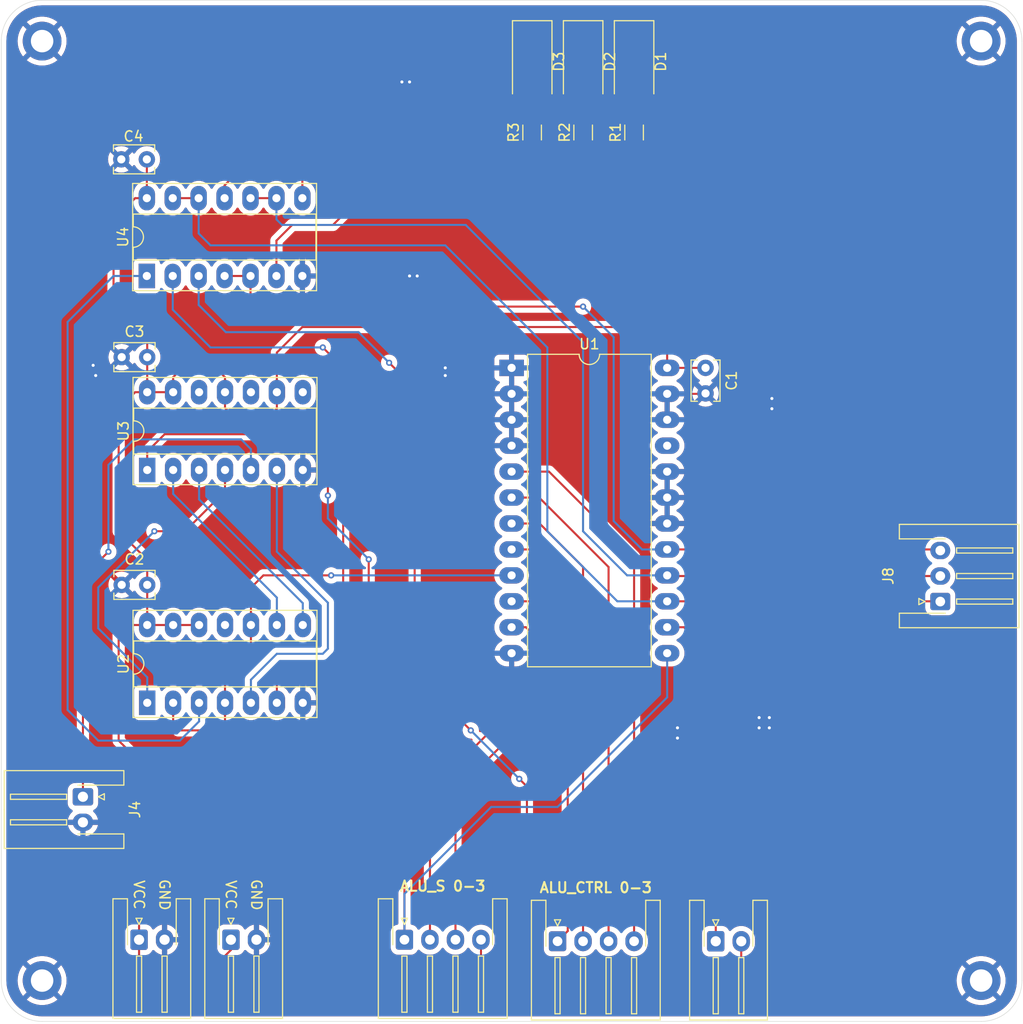
<source format=kicad_pcb>
(kicad_pcb (version 20240108) (generator "pcbnew") (generator_version "8.0")
  (layers (0 "F.Cu" signal) (31 "B.Cu" signal) (34 "B.Paste" user) (35 "F.Paste" user) (36 "B.SilkS" user "B.Silkscreen") (37 "F.SilkS" user "F.Silkscreen") (38 "B.Mask" user) (39 "F.Mask" user) (44 "Edge.Cuts" user))
  (net 0 "")
  (net 1 "Net-(D1-A)")
  (net 2 "GND")
  (net 3 "Net-(D2-A)")
  (net 4 "Net-(D3-A)")
  (net 5 "CYC_{EN}")
  (net 10 "Net-(R1-Pad1)")
  (net 11 "Net-(R2-Pad1)")
  (net 12 "Net-(R3-Pad1)")
  (net 13 "VCC")
  (net 14 "S_1")
  (net 15 "S_0")
  (net 16 "S_3")
  (net 17 "S_2")
  (net 18 "ALU_CTRL_3")
  (net 19 "ALU_CTRL_1")
  (net 20 "ALU_CTRL_0")
  (net 21 "ALU_CTRL_2")
  (net 22 "M_OUT")
  (net 23 "FLAGS_CARRY")
  (net 24 "LFT_{SEL}")
  (net 25 "SH_{EN}")
  (net 26 "Net-(U2-Pad3)")
  (net 27 "Net-(U2-Pad8)")
  (net 28 "Net-(U2-Pad5)")
  (net 29 "Net-(U2-Pad6)")
  (net 30 "Net-(U2-Pad9)")
  (net 31 "Net-(U2-Pad1)")
  (net 32 "ALU_Carry_in")
  (footprint "Capacitor_THT:C_Disc_D3.8mm_W2.6mm_P2.50mm" (layer "F.Cu") (at 134.3 74.95 180)
    (property "Reference" "C3" (at 1.25 2.5 0) (layer "F.SilkS"))
    (property "Value" "C")
    (pad "1" thru_hole circle (at 0 0 180) (size 1.6 1.6) (drill 0.8) (layers "*.Cu" "*.Mask") (net 13 "VCC"))
    (pad "2" thru_hole circle (at 2.5 0 180) (size 1.6 1.6) (drill 0.8) (layers "*.Cu" "*.Mask") (net 2 "GND"))
  )
  (footprint "LED_SMD:LED_2512_6332Metric_Pad1.52x3.35mm_HandSolder" (layer "F.Cu") (at 177.01 46.0125 -90)
    (property "Reference" "D2" (at 0 -2.62 90) (layer "F.SilkS"))
    (property "Value" "LED")
    (pad "1" smd roundrect (at -2.9875 0 270) (size 1.525 3.35) (layers "F.Cu" "F.Paste" "F.Mask") (roundrect_rratio 0.163934) (net 2 "GND"))
    (pad "2" smd roundrect (at 2.9875 0 270) (size 1.525 3.35) (layers "F.Cu" "F.Paste" "F.Mask") (roundrect_rratio 0.163934) (net 3 "Net-(D2-A)"))
  )
  (footprint "MountingHole:MountingHole_2.2mm_M2_DIN965_Pad" (layer "F.Cu") (at 216 136)
    (property "Reference" "H4" (hide yes))
    (property "Value" "MountingHole_Pad" (hide yes))
    (pad "1" thru_hole circle (at 0 0) (size 3.8 3.8) (drill 2.2) (layers "*.Cu" "*.Mask") (net 2 "GND"))
  )
  (footprint "Resistor_SMD:R_1206_3216Metric_Pad1.30x1.75mm_HandSolder" (layer "F.Cu") (at 172.01 52.95 90)
    (property "Reference" "R3" (at 0 -1.82 90) (layer "F.SilkS"))
    (property "Value" "R_US" (hide yes))
    (pad "1" smd roundrect (at -1.55 0 90) (size 1.3 1.75) (layers "F.Cu" "F.Paste" "F.Mask") (roundrect_rratio 0.192308) (net 12 "Net-(R3-Pad1)"))
    (pad "2" smd roundrect (at 1.55 0 90) (size 1.3 1.75) (layers "F.Cu" "F.Paste" "F.Mask") (roundrect_rratio 0.192308) (net 4 "Net-(D3-A)"))
  )
  (footprint "LED_SMD:LED_2512_6332Metric_Pad1.52x3.35mm_HandSolder" (layer "F.Cu") (at 172.02 46.0125 -90)
    (property "Reference" "D3" (at 0 -2.62 90) (layer "F.SilkS"))
    (property "Value" "LED")
    (pad "1" smd roundrect (at -2.9875 0 270) (size 1.525 3.35) (layers "F.Cu" "F.Paste" "F.Mask") (roundrect_rratio 0.163934) (net 2 "GND"))
    (pad "2" smd roundrect (at 2.9875 0 270) (size 1.525 3.35) (layers "F.Cu" "F.Paste" "F.Mask") (roundrect_rratio 0.163934) (net 4 "Net-(D3-A)"))
  )
  (footprint "Package_DIP:DIP-14_W7.62mm_Socket_LongPads" (layer "F.Cu") (at 134.3 86 90)
    (property "Reference" "U3" (at 3.81 -2.33 90) (layer "F.SilkS"))
    (property "Value" "74LS04")
    (pad "1" thru_hole rect (at 0 0 90) (size 2.4 1.6) (drill 0.8) (layers "*.Cu" "*.Mask") (net 16 "S_3"))
    (pad "2" thru_hole oval (at 0 2.54 90) (size 2.4 1.6) (drill 0.8) (layers "*.Cu" "*.Mask") (net 30 "Net-(U2-Pad9)"))
    (pad "3" thru_hole oval (at 0 5.08 90) (size 2.4 1.6) (drill 0.8) (layers "*.Cu" "*.Mask") (net 27 "Net-(U2-Pad8)"))
    (pad "4" thru_hole oval (at 0 7.62 90) (size 2.4 1.6) (drill 0.8) (layers "*.Cu" "*.Mask") (net 31 "Net-(U2-Pad1)"))
    (pad "5" thru_hole oval (at 0 10.16 90) (size 2.4 1.6) (drill 0.8) (layers "*.Cu" "*.Mask") (net 23 "FLAGS_CARRY"))
    (pad "6" thru_hole oval (at 0 12.7 90) (size 2.4 1.6) (drill 0.8) (layers "*.Cu" "*.Mask") (net 28 "Net-(U2-Pad5)"))
    (pad "7" thru_hole oval (at 0 15.24 90) (size 2.4 1.6) (drill 0.8) (layers "*.Cu" "*.Mask") (net 2 "GND"))
    (pad "8" thru_hole oval (at 7.62 15.24 90) (size 2.4 1.6) (drill 0.8) (layers "*.Cu" "*.Mask"))
    (pad "9" thru_hole oval (at 7.62 12.7 90) (size 2.4 1.6) (drill 0.8) (layers "*.Cu" "*.Mask") (net 13 "VCC"))
    (pad "10" thru_hole oval (at 7.62 10.16 90) (size 2.4 1.6) (drill 0.8) (layers "*.Cu" "*.Mask"))
    (pad "11" thru_hole oval (at 7.62 7.62 90) (size 2.4 1.6) (drill 0.8) (layers "*.Cu" "*.Mask") (net 13 "VCC"))
    (pad "12" thru_hole oval (at 7.62 5.08 90) (size 2.4 1.6) (drill 0.8) (layers "*.Cu" "*.Mask"))
    (pad "13" thru_hole oval (at 7.62 2.54 90) (size 2.4 1.6) (drill 0.8) (layers "*.Cu" "*.Mask") (net 13 "VCC"))
    (pad "14" thru_hole oval (at 7.62 0 90) (size 2.4 1.6) (drill 0.8) (layers "*.Cu" "*.Mask") (net 13 "VCC"))
  )
  (footprint "MountingHole:MountingHole_2.2mm_M2_DIN965_Pad" (layer "F.Cu") (at 216 44)
    (property "Reference" "H2" (hide yes))
    (property "Value" "MountingHole_Pad" (hide yes))
    (pad "1" thru_hole circle (at 0 0) (size 3.8 3.8) (drill 2.2) (layers "*.Cu" "*.Mask") (net 2 "GND"))
  )
  (footprint "Capacitor_THT:C_Disc_D3.8mm_W2.6mm_P2.50mm" (layer "F.Cu") (at 134.26 55.58 180)
    (property "Reference" "C4" (at 1.305 2.25 0) (layer "F.SilkS"))
    (property "Value" "C")
    (pad "1" thru_hole circle (at 0 0 180) (size 1.6 1.6) (drill 0.8) (layers "*.Cu" "*.Mask") (net 13 "VCC"))
    (pad "2" thru_hole circle (at 2.5 0 180) (size 1.6 1.6) (drill 0.8) (layers "*.Cu" "*.Mask") (net 2 "GND"))
  )
  (footprint "Connector_JST:JST_XH_S2B-XH-A-1_1x02_P2.50mm_Horizontal" (layer "F.Cu") (at 128 118 -90)
    (property "Reference" "J4" (at 1.25 -5.1 90) (layer "F.SilkS"))
    (property "Value" "Conn_01x02_Socket" (hide yes))
    (pad "1" thru_hole roundrect (at 0 0 270) (size 1.7 2) (drill 1) (layers "*.Cu" "*.Mask") (roundrect_rratio 0.147059) (net 23 "FLAGS_CARRY"))
    (pad "2" thru_hole oval (at 2.5 0 270) (size 1.7 2) (drill 1) (layers "*.Cu" "*.Mask") (net 2 "GND"))
  )
  (footprint "Resistor_SMD:R_1206_3216Metric_Pad1.30x1.75mm_HandSolder" (layer "F.Cu") (at 182 52.95 90)
    (property "Reference" "R1" (at 0 -1.82 90) (layer "F.SilkS"))
    (property "Value" "R_US" (hide yes))
    (pad "1" smd roundrect (at -1.55 0 90) (size 1.3 1.75) (layers "F.Cu" "F.Paste" "F.Mask") (roundrect_rratio 0.192308) (net 10 "Net-(R1-Pad1)"))
    (pad "2" smd roundrect (at 1.55 0 90) (size 1.3 1.75) (layers "F.Cu" "F.Paste" "F.Mask") (roundrect_rratio 0.192308) (net 1 "Net-(D1-A)"))
  )
  (footprint "Connector_JST:JST_XH_S3B-XH-A-1_1x03_P2.50mm_Horizontal" (layer "F.Cu") (at 212 98.885 90)
    (property "Reference" "J8" (at 2.5 -5.1 90) (layer "F.SilkS"))
    (property "Value" "Conn_01x03_Socket" (hide yes))
    (pad "1" thru_hole roundrect (at 0 0 90) (size 1.7 1.95) (drill 0.95) (layers "*.Cu" "*.Mask") (roundrect_rratio 0.147059) (net 25 "SH_{EN}"))
    (pad "2" thru_hole oval (at 2.5 0 90) (size 1.7 1.95) (drill 0.95) (layers "*.Cu" "*.Mask") (net 5 "CYC_{EN}"))
    (pad "3" thru_hole oval (at 5 0 90) (size 1.7 1.95) (drill 0.95) (layers "*.Cu" "*.Mask") (net 24 "LFT_{SEL}"))
  )
  (footprint "Connector_JST:JST_XH_S4B-XH-A-1_1x04_P2.50mm_Horizontal" (layer "F.Cu") (at 159.5 132)
    (property "Reference" "J3" (hide yes))
    (property "Value" "Conn_01x04_Socket" (hide yes))
    (fp_text user "ALU_S 0-3" (at 3.75 -5.25 0) (layer "F.SilkS") (effects (font (thickness 0.2) (bold yes))))
    (pad "1" thru_hole roundrect (at 0 0) (size 1.7 1.95) (drill 0.95) (layers "*.Cu" "*.Mask") (roundrect_rratio 0.147059) (net 16 "S_3"))
    (pad "2" thru_hole oval (at 2.5 0) (size 1.7 1.95) (drill 0.95) (layers "*.Cu" "*.Mask") (net 17 "S_2"))
    (pad "3" thru_hole oval (at 5 0) (size 1.7 1.95) (drill 0.95) (layers "*.Cu" "*.Mask") (net 14 "S_1"))
    (pad "4" thru_hole oval (at 7.5 0) (size 1.7 1.95) (drill 0.95) (layers "*.Cu" "*.Mask") (net 15 "S_0"))
  )
  (footprint "Resistor_SMD:R_1206_3216Metric_Pad1.30x1.75mm_HandSolder" (layer "F.Cu") (at 177.01 52.95 90)
    (property "Reference" "R2" (at 0 -1.82 90) (layer "F.SilkS"))
    (property "Value" "R_US" (hide yes))
    (pad "1" smd roundrect (at -1.55 0 90) (size 1.3 1.75) (layers "F.Cu" "F.Paste" "F.Mask") (roundrect_rratio 0.192308) (net 11 "Net-(R2-Pad1)"))
    (pad "2" smd roundrect (at 1.55 0 90) (size 1.3 1.75) (layers "F.Cu" "F.Paste" "F.Mask") (roundrect_rratio 0.192308) (net 3 "Net-(D2-A)"))
  )
  (footprint "Connector_JST:JST_XH_S2B-XH-A-1_1x02_P2.50mm_Horizontal" (layer "F.Cu") (at 190 132.15)
    (property "Reference" "J2" (hide yes))
    (property "Value" "Conn_01x02_Socket" (hide yes))
    (pad "1" thru_hole roundrect (at 0 0) (size 1.7 2) (drill 1) (layers "*.Cu" "*.Mask") (roundrect_rratio 0.147059) (net 22 "M_OUT"))
    (pad "2" thru_hole oval (at 2.5 0) (size 1.7 2) (drill 1) (layers "*.Cu" "*.Mask") (net 32 "ALU_Carry_in"))
  )
  (footprint "Package_DIP:DIP-14_W7.62mm_Socket_LongPads" (layer "F.Cu") (at 134.3 108.8 90)
    (property "Reference" "U2" (at 3.81 -2.33 90) (layer "F.SilkS"))
    (property "Value" "74LS08")
    (pad "1" thru_hole rect (at 0 0 90) (size 2.4 1.6) (drill 0.8) (layers "*.Cu" "*.Mask") (net 31 "Net-(U2-Pad1)"))
    (pad "2" thru_hole oval (at 0 2.54 90) (size 2.4 1.6) (drill 0.8) (layers "*.Cu" "*.Mask") (net 15 "S_0"))
    (pad "3" thru_hole oval (at 0 5.08 90) (size 2.4 1.6) (drill 0.8) (layers "*.Cu" "*.Mask") (net 26 "Net-(U2-Pad3)"))
    (pad "4" thru_hole oval (at 0 7.62 90) (size 2.4 1.6) (drill 0.8) (layers "*.Cu" "*.Mask") (net 15 "S_0"))
    (pad "5" thru_hole oval (at 0 10.16 90) (size 2.4 1.6) (drill 0.8) (layers "*.Cu" "*.Mask") (net 28 "Net-(U2-Pad5)"))
    (pad "6" thru_hole oval (at 0 12.7 90) (size 2.4 1.6) (drill 0.8) (layers "*.Cu" "*.Mask") (net 29 "Net-(U2-Pad6)"))
    (pad "7" thru_hole oval (at 0 15.24 90) (size 2.4 1.6) (drill 0.8) (layers "*.Cu" "*.Mask") (net 2 "GND"))
    (pad "8" thru_hole oval (at 7.62 15.24 90) (size 2.4 1.6) (drill 0.8) (layers "*.Cu" "*.Mask") (net 27 "Net-(U2-Pad8)"))
    (pad "9" thru_hole oval (at 7.62 12.7 90) (size 2.4 1.6) (drill 0.8) (layers "*.Cu" "*.Mask") (net 30 "Net-(U2-Pad9)"))
    (pad "10" thru_hole oval (at 7.62 10.16 90) (size 2.4 1.6) (drill 0.8) (layers "*.Cu" "*.Mask") (net 15 "S_0"))
    (pad "11" thru_hole oval (at 7.62 7.62 90) (size 2.4 1.6) (drill 0.8) (layers "*.Cu" "*.Mask"))
    (pad "12" thru_hole oval (at 7.62 5.08 90) (size 2.4 1.6) (drill 0.8) (layers "*.Cu" "*.Mask") (net 13 "VCC"))
    (pad "13" thru_hole oval (at 7.62 2.54 90) (size 2.4 1.6) (drill 0.8) (layers "*.Cu" "*.Mask") (net 13 "VCC"))
    (pad "14" thru_hole oval (at 7.62 0 90) (size 2.4 1.6) (drill 0.8) (layers "*.Cu" "*.Mask") (net 13 "VCC"))
  )
  (footprint "Capacitor_THT:C_Disc_D3.8mm_W2.6mm_P2.50mm" (layer "F.Cu") (at 134.3 97.25 180)
    (property "Reference" "C2" (at 1.25 2.5 0) (layer "F.SilkS"))
    (property "Value" "C")
    (pad "1" thru_hole circle (at 0 0 180) (size 1.6 1.6) (drill 0.8) (layers "*.Cu" "*.Mask") (net 13 "VCC"))
    (pad "2" thru_hole circle (at 2.5 0 180) (size 1.6 1.6) (drill 0.8) (layers "*.Cu" "*.Mask") (net 2 "GND"))
  )
  (footprint "MountingHole:MountingHole_2.2mm_M2_DIN965_Pad" (layer "F.Cu") (at 124 44)
    (property "Reference" "H1" (hide yes))
    (property "Value" "MountingHole_Pad" (hide yes))
    (pad "1" thru_hole circle (at 0 0) (size 3.8 3.8) (drill 2.2) (layers "*.Cu" "*.Mask") (net 2 "GND"))
  )
  (footprint "Connector_JST:JST_XH_S4B-XH-A-1_1x04_P2.50mm_Horizontal" (layer "F.Cu") (at 174.5 132.15)
    (property "Reference" "J5" (hide yes))
    (property "Value" "Conn_01x04_Socket" (hide yes))
    (fp_text user "ALU_CTRL 0-3" (at 3.75 -5.25 0) (layer "F.SilkS") (effects (font (thickness 0.2) (bold yes))))
    (pad "1" thru_hole roundrect (at 0 0) (size 1.7 1.95) (drill 0.95) (layers "*.Cu" "*.Mask") (roundrect_rratio 0.147059) (net 20 "ALU_CTRL_0"))
    (pad "2" thru_hole oval (at 2.5 0) (size 1.7 1.95) (drill 0.95) (layers "*.Cu" "*.Mask") (net 19 "ALU_CTRL_1"))
    (pad "3" thru_hole oval (at 5 0) (size 1.7 1.95) (drill 0.95) (layers "*.Cu" "*.Mask") (net 21 "ALU_CTRL_2"))
    (pad "4" thru_hole oval (at 7.5 0) (size 1.7 1.95) (drill 0.95) (layers "*.Cu" "*.Mask") (net 18 "ALU_CTRL_3"))
  )
  (footprint "Connector_JST:JST_XH_S2B-XH-A-1_1x02_P2.50mm_Horizontal" (layer "F.Cu") (at 133.5 132)
    (property "Reference" "J1" (hide yes))
    (property "Value" "Conn_01x02_Socket" (hide yes))
    (fp_text user "VCC" (at 0 -4.4 -90) (layer "F.SilkS"))
    (fp_text user "GND" (at 2.5 -4.4 -90) (layer "F.SilkS"))
    (pad "1" thru_hole roundrect (at 0 0) (size 1.7 2) (drill 1) (layers "*.Cu" "*.Mask") (roundrect_rratio 0.147059) (net 13 "VCC"))
    (pad "2" thru_hole oval (at 2.5 0) (size 1.7 2) (drill 1) (layers "*.Cu" "*.Mask") (net 2 "GND"))
  )
  (footprint "Package_DIP:DIP-24_W15.24mm_LongPads" (layer "F.Cu") (at 170 76)
    (property "Reference" "U1" (at 7.62 -2.33 0) (layer "F.SilkS"))
    (property "Value" "AT28C16-15PC")
    (pad "1" thru_hole rect (at 0 0) (size 2.4 1.6) (drill 0.8) (layers "*.Cu" "*.Mask") (net 2 "GND"))
    (pad "2" thru_hole oval (at 0 2.54) (size 2.4 1.6) (drill 0.8) (layers "*.Cu" "*.Mask") (net 2 "GND"))
    (pad "3" thru_hole oval (at 0 5.08) (size 2.4 1.6) (drill 0.8) (layers "*.Cu" "*.Mask") (net 2 "GND"))
    (pad "4" thru_hole oval (at 0 7.62) (size 2.4 1.6) (drill 0.8) (layers "*.Cu" "*.Mask") (net 2 "GND"))
    (pad "5" thru_hole oval (at 0 10.16) (size 2.4 1.6) (drill 0.8) (layers "*.Cu" "*.Mask") (net 18 "ALU_CTRL_3"))
    (pad "6" thru_hole oval (at 0 12.7) (size 2.4 1.6) (drill 0.8) (layers "*.Cu" "*.Mask") (net 21 "ALU_CTRL_2"))
    (pad "7" thru_hole oval (at 0 15.24) (size 2.4 1.6) (drill 0.8) (layers "*.Cu" "*.Mask") (net 19 "ALU_CTRL_1"))
    (pad "8" thru_hole oval (at 0 17.78) (size 2.4 1.6) (drill 0.8) (layers "*.Cu" "*.Mask") (net 20 "ALU_CTRL_0"))
    (pad "9" thru_hole oval (at 0 20.32) (size 2.4 1.6) (drill 0.8) (layers "*.Cu" "*.Mask") (net 15 "S_0"))
    (pad "10" thru_hole oval (at 0 22.86) (size 2.4 1.6) (drill 0.8) (layers "*.Cu" "*.Mask") (net 14 "S_1"))
    (pad "11" thru_hole oval (at 0 25.4) (size 2.4 1.6) (drill 0.8) (layers "*.Cu" "*.Mask") (net 17 "S_2"))
    (pad "12" thru_hole oval (at 0 27.94) (size 2.4 1.6) (drill 0.8) (layers "*.Cu" "*.Mask") (net 2 "GND"))
    (pad "13" thru_hole oval (at 15.24 27.94) (size 2.4 1.6) (drill 0.8) (layers "*.Cu" "*.Mask") (net 16 "S_3"))
    (pad "14" thru_hole oval (at 15.24 25.4) (size 2.4 1.6) (drill 0.8) (layers "*.Cu" "*.Mask") (net 22 "M_OUT"))
    (pad "15" thru_hole oval (at 15.24 22.86) (size 2.4 1.6) (drill 0.8) (layers "*.Cu" "*.Mask") (net 25 "SH_{EN}"))
    (pad "16" thru_hole oval (at 15.24 20.32) (size 2.4 1.6) (drill 0.8) (layers "*.Cu" "*.Mask") (net 5 "CYC_{EN}"))
    (pad "17" thru_hole oval (at 15.24 17.78) (size 2.4 1.6) (drill 0.8) (layers "*.Cu" "*.Mask") (net 24 "LFT_{SEL}"))
    (pad "18" thru_hole oval (at 15.24 15.24) (size 2.4 1.6) (drill 0.8) (layers "*.Cu" "*.Mask") (net 2 "GND"))
    (pad "19" thru_hole oval (at 15.24 12.7) (size 2.4 1.6) (drill 0.8) (layers "*.Cu" "*.Mask") (net 2 "GND"))
    (pad "20" thru_hole oval (at 15.24 10.16) (size 2.4 1.6) (drill 0.8) (layers "*.Cu" "*.Mask") (net 2 "GND"))
    (pad "21" thru_hole oval (at 15.24 7.62) (size 2.4 1.6) (drill 0.8) (layers "*.Cu" "*.Mask") (net 13 "VCC"))
    (pad "22" thru_hole oval (at 15.24 5.08) (size 2.4 1.6) (drill 0.8) (layers "*.Cu" "*.Mask") (net 2 "GND"))
    (pad "23" thru_hole oval (at 15.24 2.54) (size 2.4 1.6) (drill 0.8) (layers "*.Cu" "*.Mask") (net 2 "GND"))
    (pad "24" thru_hole oval (at 15.24 0) (size 2.4 1.6) (drill 0.8) (layers "*.Cu" "*.Mask") (net 13 "VCC"))
  )
  (footprint "Capacitor_THT:C_Disc_D3.8mm_W2.6mm_P2.50mm" (layer "F.Cu") (at 189 76 -90)
    (property "Reference" "C1" (at 1.25 -2.55 90) (layer "F.SilkS"))
    (property "Value" "C")
    (pad "1" thru_hole circle (at 0 0 270) (size 1.6 1.6) (drill 0.8) (layers "*.Cu" "*.Mask") (net 13 "VCC"))
    (pad "2" thru_hole circle (at 2.5 0 270) (size 1.6 1.6) (drill 0.8) (layers "*.Cu" "*.Mask") (net 2 "GND"))
  )
  (footprint "LED_SMD:LED_2512_6332Metric_Pad1.52x3.35mm_HandSolder" (layer "F.Cu") (at 182 46.0125 -90)
    (property "Reference" "D1" (at 0 -2.62 90) (layer "F.SilkS"))
    (property "Value" "LED")
    (pad "1" smd roundrect (at -2.9875 0 270) (size 1.525 3.35) (layers "F.Cu" "F.Paste" "F.Mask") (roundrect_rratio 0.163934) (net 2 "GND"))
    (pad "2" smd roundrect (at 2.9875 0 270) (size 1.525 3.35) (layers "F.Cu" "F.Paste" "F.Mask") (roundrect_rratio 0.163934) (net 1 "Net-(D1-A)"))
  )
  (footprint "MountingHole:MountingHole_2.2mm_M2_DIN965_Pad" (layer "F.Cu") (at 124 136)
    (property "Reference" "H3" (hide yes))
    (property "Value" "MountingHole_Pad" (hide yes))
    (pad "1" thru_hole circle (at 0 0) (size 3.8 3.8) (drill 2.2) (layers "*.Cu" "*.Mask") (net 2 "GND"))
  )
  (footprint "Package_DIP:DIP-14_W7.62mm_Socket_LongPads" (layer "F.Cu") (at 134.26 67 90)
    (property "Reference" "U4" (at 3.81 -2.33 90) (layer "F.SilkS"))
    (property "Value" "74LS32")
    (pad "1" thru_hole rect (at 0 0 90) (size 2.4 1.6) (drill 0.8) (layers "*.Cu" "*.Mask") (net 26 "Net-(U2-Pad3)"))
    (pad "2" thru_hole oval (at 0 2.54 90) (size 2.4 1.6) (drill 0.8) (layers "*.Cu" "*.Mask") (net 29 "Net-(U2-Pad6)"))
    (pad "3" thru_hole oval (at 0 5.08 90) (size 2.4 1.6) (drill 0.8) (layers "*.Cu" "*.Mask") (net 32 "ALU_Carry_in"))
    (pad "4" thru_hole oval (at 0 7.62 90) (size 2.4 1.6) (drill 0.8) (layers "*.Cu" "*.Mask") (net 24 "LFT_{SEL}"))
    (pad "5" thru_hole oval (at 0 10.16 90) (size 2.4 1.6) (drill 0.8) (layers "*.Cu" "*.Mask") (net 24 "LFT_{SEL}"))
    (pad "6" thru_hole oval (at 0 12.7 90) (size 2.4 1.6) (drill 0.8) (layers "*.Cu" "*.Mask") (net 10 "Net-(R1-Pad1)"))
    (pad "7" thru_hole oval (at 0 15.24 90) (size 2.4 1.6) (drill 0.8) (layers "*.Cu" "*.Mask") (net 2 "GND"))
    (pad "8" thru_hole oval (at 7.62 15.24 90) (size 2.4 1.6) (drill 0.8) (layers "*.Cu" "*.Mask") (net 11 "Net-(R2-Pad1)"))
    (pad "9" thru_hole oval (at 7.62 12.7 90) (size 2.4 1.6) (drill 0.8) (layers "*.Cu" "*.Mask") (net 5 "CYC_{EN}"))
    (pad "10" thru_hole oval (at 7.62 10.16 90) (size 2.4 1.6) (drill 0.8) (layers "*.Cu" "*.Mask") (net 5 "CYC_{EN}"))
    (pad "11" thru_hole oval (at 7.62 7.62 90) (size 2.4 1.6) (drill 0.8) (layers "*.Cu" "*.Mask") (net 12 "Net-(R3-Pad1)"))
    (pad "12" thru_hole oval (at 7.62 5.08 90) (size 2.4 1.6) (drill 0.8) (layers "*.Cu" "*.Mask") (net 25 "SH_{EN}"))
    (pad "13" thru_hole oval (at 7.62 2.54 90) (size 2.4 1.6) (drill 0.8) (layers "*.Cu" "*.Mask") (net 25 "SH_{EN}"))
    (pad "14" thru_hole oval (at 7.62 0 90) (size 2.4 1.6) (drill 0.8) (layers "*.Cu" "*.Mask") (net 13 "VCC"))
  )
  (footprint "Connector_JST:JST_XH_S2B-XH-A-1_1x02_P2.50mm_Horizontal" (layer "F.Cu") (at 142.5 132)
    (property "Reference" "J7" (hide yes))
    (property "Value" "Conn_01x02_Socket" (hide yes))
    (fp_text user "GND" (at 2.5 -4.4 -90) (layer "F.SilkS"))
    (fp_text user "VCC" (at 0 -4.4 -90) (layer "F.SilkS"))
    (pad "1" thru_hole roundrect (at 0 0) (size 1.7 2) (drill 1) (layers "*.Cu" "*.Mask") (roundrect_rratio 0.147059) (net 13 "VCC"))
    (pad "2" thru_hole oval (at 2.5 0) (size 1.7 2) (drill 1) (layers "*.Cu" "*.Mask") (net 2 "GND"))
  )
  (gr_arc (start 120 44) (mid 121.171573 41.171573) (end 124 40) (stroke (width 0.05)) (layer "Edge.Cuts"))
  (gr_line (start 220 44) (end 220 136) (stroke (width 0.05)) (layer "Edge.Cuts"))
  (gr_line (start 216 140) (end 124 140) (stroke (width 0.05)) (layer "Edge.Cuts"))
  (gr_line (start 120 136) (end 120 44) (stroke (width 0.05)) (layer "Edge.Cuts"))
  (gr_line (start 124 40) (end 216 40) (stroke (width 0.05)) (layer "Edge.Cuts"))
  (gr_arc (start 220 136) (mid 218.828427 138.828427) (end 216 140) (stroke (width 0.05)) (layer "Edge.Cuts"))
  (gr_arc (start 216 40) (mid 218.828427 41.171573) (end 220 44) (stroke (width 0.05)) (layer "Edge.Cuts"))
  (gr_arc (start 124 140) (mid 121.171573 138.828427) (end 120 136) (stroke (width 0.05)) (layer "Edge.Cuts"))
  (segment (start 182 51.4) (end 182 49) (width 0.2) (layer "F.Cu") (net 1))
  (segment (start 189 78.5) (end 188.5 78.5) (width 0.2) (layer "F.Cu") (net 2))
  (segment (start 188.5 78.5) (end 188.46 78.54) (width 0.2) (layer "F.Cu") (net 2))
  (segment (start 188.46 78.54) (end 185.24 78.54) (width 0.2) (layer "F.Cu") (net 2))
  (via (at 129.25 76.75) (size 0.6) (drill 0.3) (layers "F.Cu" "B.Cu") (net 2))
  (via (at 195.25 110.25) (size 0.6) (drill 0.3) (layers "F.Cu" "B.Cu") (net 2))
  (via (at 186.25 111.25) (size 0.6) (drill 0.3) (layers "F.Cu" "B.Cu") (net 2))
  (via (at 186.25 112.25) (size 0.6) (drill 0.3) (layers "F.Cu" "B.Cu") (net 2))
  (via (at 195.5 80) (size 0.6) (drill 0.3) (layers "F.Cu" "B.Cu") (net 2))
  (via (at 163.5 76) (size 0.6) (drill 0.3) (layers "F.Cu" "B.Cu") (net 2))
  (via (at 159.25 48) (size 0.6) (drill 0.3) (layers "F.Cu" "B.Cu") (net 2))
  (via (at 160.75 67) (size 0.6) (drill 0.3) (layers "F.Cu" "B.Cu") (net 2))
  (via (at 163.5 76.75) (size 0.6) (drill 0.3) (layers "F.Cu" "B.Cu") (net 2))
  (via (at 160 67) (size 0.6) (drill 0.3) (layers "F.Cu" "B.Cu") (net 2))
  (via (at 129 75.75) (size 0.6) (drill 0.3) (layers "F.Cu" "B.Cu") (net 2))
  (via (at 195.5 79) (size 0.6) (drill 0.3) (layers "F.Cu" "B.Cu") (net 2))
  (via (at 194.25 111.25) (size 0.6) (drill 0.3) (layers "F.Cu" "B.Cu") (net 2))
  (via (at 195.25 111.25) (size 0.6) (drill 0.3) (layers "F.Cu" "B.Cu") (net 2))
  (via (at 194.25 110.25) (size 0.6) (drill 0.3) (layers "F.Cu" "B.Cu") (net 2))
  (via (at 160 48) (size 0.6) (drill 0.3) (layers "F.Cu" "B.Cu") (net 2))
  (segment (start 177.01 49) (end 177.01 51.4) (width 0.2) (layer "F.Cu") (net 3))
  (segment (start 172.02 51.39) (end 172.01 51.4) (width 0.2) (layer "F.Cu") (net 4))
  (segment (start 172.02 49) (end 172.02 51.39) (width 0.2) (layer "F.Cu") (net 4))
  (segment (start 146.96 59.38) (end 144.42 59.38) (width 0.2) (layer "F.Cu") (net 5))
  (segment (start 185.305 96.385) (end 185.24 96.32) (width 0.2) (layer "F.Cu") (net 5))
  (segment (start 212 96.385) (end 185.305 96.385) (width 0.2) (layer "F.Cu") (net 5))
  (segment (start 165.5 62) (end 147.5 62) (width 0.2) (layer "B.Cu") (net 5))
  (segment (start 177 73.5) (end 165.5 62) (width 0.2) (layer "B.Cu") (net 5))
  (segment (start 185.24 96.32) (end 181.32 96.32) (width 0.2) (layer "B.Cu") (net 5))
  (segment (start 181.32 96.32) (end 177 92) (width 0.2) (layer "B.Cu") (net 5))
  (segment (start 177 92) (end 177 73.5) (width 0.2) (layer "B.Cu") (net 5))
  (segment (start 147.5 62) (end 146.96 61.46) (width 0.2) (layer "B.Cu") (net 5))
  (segment (start 146.96 61.46) (end 146.96 59.38) (width 0.2) (layer "B.Cu") (net 5))
  (segment (start 148.5 62) (end 146.96 63.54) (width 0.2) (layer "F.Cu") (net 10))
  (segment (start 146.96 63.54) (end 146.96 67) (width 0.2) (layer "F.Cu") (net 10))
  (segment (start 152.5 62) (end 148.5 62) (width 0.2) (layer "F.Cu") (net 10))
  (segment (start 182 54.5) (end 177.5 59) (width 0.2) (layer "F.Cu") (net 10))
  (segment (start 177.5 59) (end 155.5 59) (width 0.2) (layer "F.Cu") (net 10))
  (segment (start 155.5 59) (end 152.5 62) (width 0.2) (layer "F.Cu") (net 10))
  (segment (start 149.5 57) (end 149.5 59.38) (width 0.2) (layer "F.Cu") (net 11))
  (segment (start 175.01 56.5) (end 150 56.5) (width 0.2) (layer "F.Cu") (net 11))
  (segment (start 150 56.5) (end 149.5 57) (width 0.2) (layer "F.Cu") (net 11))
  (segment (start 177.01 54.5) (end 175.01 56.5) (width 0.2) (layer "F.Cu") (net 11))
  (segment (start 172.01 54.5) (end 145.5 54.5) (width 0.2) (layer "F.Cu") (net 12))
  (segment (start 145.5 54.5) (end 141.88 58.12) (width 0.2) (layer "F.Cu") (net 12))
  (segment (start 141.88 58.12) (end 141.88 59.38) (width 0.2) (layer "F.Cu") (net 12))
  (segment (start 131.5 80) (end 131.5 92) (width 0.2) (layer "F.Cu") (net 13))
  (segment (start 147 80) (end 146.5 80.5) (width 0.2) (layer "F.Cu") (net 13))
  (segment (start 133.5 114.5) (end 133.5 132) (width 0.2) (layer "F.Cu") (net 13))
  (segment (start 137.75 76) (end 141 76) (width 0.2) (layer "F.Cu") (net 13))
  (segment (start 134.26 55.58) (end 134.26 59.38) (width 0.2) (layer "F.Cu") (net 13))
  (segment (start 133.5 134) (end 133.5 132) (width 0.2) (layer "F.Cu") (net 13))
  (segment (start 147 74.5) (end 149.5 72) (width 0.2) (layer "F.Cu") (net 13))
  (segment (start 134.26 59.38) (end 133.12 59.38) (width 0.2) (layer "F.Cu") (net 13))
  (segment (start 131 69.5) (end 134.3 72.8) (width 0.2) (layer "F.Cu") (net 13))
  (segment (start 134.5 135) (end 133.5 134) (width 0.2) (layer "F.Cu") (net 13))
  (segment (start 134.3 101.18) (end 132.32 101.18) (width 0.2) (layer "F.Cu") (net 13))
  (segment (start 131 61.5) (end 131 69.5) (width 0.2) (layer "F.Cu") (net 13))
  (segment (start 134.3 72.8) (end 134.3 74.95) (width 0.2) (layer "F.Cu") (net 13))
  (segment (start 133.12 59.38) (end 131 61.5) (width 0.2) (layer "F.Cu") (net 13))
  (segment (start 149.5 72) (end 183 72) (width 0.2) (layer "F.Cu") (net 13))
  (segment (start 134.3 78.38) (end 136.84 78.38) (width 0.2) (layer "F.Cu") (net 13))
  (segment (start 131.5 112.5) (end 133.5 114.5) (width 0.2) (layer "F.Cu") (net 13))
  (segment (start 134.3 78.38) (end 133.12 78.38) (width 0.2) (layer "F.Cu") (net 13))
  (segment (start 142.5 132) (end 142.5 133) (width 0.2) (layer "F.Cu") (net 13))
  (segment (start 141.92 76.92) (end 141.92 78.38) (width 0.2) (layer "F.Cu") (net 13))
  (segment (start 134.3 74.95) (end 134.3 78.38) (width 0.2) (layer "F.Cu") (net 13))
  (segment (start 140.5 135) (end 134.5 135) (width 0.2) (layer "F.Cu") (net 13))
  (segment (start 136.84 78.38) (end 136.84 76.91) (width 0.2) (layer "F.Cu") (net 13))
  (segment (start 146.5 80.5) (end 142.5 80.5) (width 0.2) (layer "F.Cu") (net 13))
  (segment (start 141 76) (end 141.92 76.92) (width 0.2) (layer "F.Cu") (net 13))
  (segment (start 136.84 76.91) (end 137.75 76) (width 0.2) (layer "F.Cu") (net 13))
  (segment (start 147 78.38) (end 147 74.5) (width 0.2) (layer "F.Cu") (net 13))
  (segment (start 133.12 78.38) (end 131.5 80) (width 0.2) (layer "F.Cu") (net 13))
  (segment (start 147 78.38) (end 147 80) (width 0.2) (layer "F.Cu") (net 13))
  (segment (start 134.3 94.8) (end 134.3 97.25) (width 0.2) (layer "F.Cu") (net 13))
  (segment (start 134.3 101.18) (end 139.38 101.18) (width 0.2) (layer "F.Cu") (net 13))
  (segment (start 185.24 76) (end 189 76) (width 0.2) (layer "F.Cu") (net 13))
  (segment (start 183 72) (end 185.24 74.24) (width 0.2) (layer "F.Cu") (net 13))
  (segment (start 131.5 92) (end 134.3 94.8) (width 0.2) (layer "F.Cu") (net 13))
  (segment (start 185.24 74.24) (end 185.24 76) (width 0.2) (layer "F.Cu") (net 13))
  (segment (start 132.32 101.18) (end 131.5 102) (width 0.2) (layer "F.Cu") (net 13))
  (segment (start 141.92 79.92) (end 141.92 78.38) (width 0.2) (layer "F.Cu") (net 13))
  (segment (start 131.5 102) (end 131.5 112.5) (width 0.2) (layer "F.Cu") (net 13))
  (segment (start 142.5 133) (end 140.5 135) (width 0.2) (layer "F.Cu") (net 13))
  (segment (start 134.3 97.25) (end 134.3 101.18) (width 0.2) (layer "F.Cu") (net 13))
  (segment (start 142.5 80.5) (end 141.92 79.92) (width 0.2) (layer "F.Cu") (net 13))
  (segment (start 174 101) (end 171.86 98.86) (width 0.2) (layer "F.Cu") (net 14))
  (segment (start 174 108) (end 174 101) (width 0.2) (layer "F.Cu") (net 14))
  (segment (start 164.5 117.5) (end 174 108) (width 0.2) (layer "F.Cu") (net 14))
  (segment (start 171.86 98.86) (end 170 98.86) (width 0.2) (layer "F.Cu") (net 14))
  (segment (start 164.5 132) (end 164.5 117.5) (width 0.2) (layer "F.Cu") (net 14))
  (segment (start 141.92 107.08) (end 144.46 104.54) (width 0.2) (layer "F.Cu") (net 15))
  (segment (start 141.92 108.8) (end 141.92 107.08) (width 0.2) (layer "F.Cu") (net 15))
  (segment (start 145.68 96.32) (end 144.46 97.54) (width 0.2) (layer "F.Cu") (net 15))
  (segment (start 141.42 111.5) (end 141.92 111) (width 0.2) (layer "F.Cu") (net 15))
  (segment (start 136.84 111) (end 137.34 111.5) (width 0.2) (layer "F.Cu") (net 15))
  (segment (start 141.92 111) (end 141.92 108.8) (width 0.2) (layer "F.Cu") (net 15))
  (segment (start 144.46 104.54) (end 144.46 101.18) (width 0.2) (layer "F.Cu") (net 15))
  (segment (start 167 132) (end 167 133.5) (width 0.2) (layer "F.Cu") (net 15))
  (segment (start 158.5 135.5) (end 141.92 118.92) (width 0.2) (layer "F.Cu") (net 15))
  (segment (start 144.46 97.54) (end 144.46 101.18) (width 0.2) (layer "F.Cu") (net 15))
  (segment (start 137.34 111.5) (end 141.42 111.5) (width 0.2) (layer "F.Cu") (net 15))
  (segment (start 152.32 96.32) (end 145.68 96.32) (width 0.2) (layer "F.Cu") (net 15))
  (segment (start 165 135.5) (end 158.5 135.5) (width 0.2) (layer "F.Cu") (net 15))
  (segment (start 167 133.5) (end 165 135.5) (width 0.2) (layer "F.Cu") (net 15))
  (segment (start 141.92 118.92) (end 141.92 111) (width 0.2) (layer "F.Cu") (net 15))
  (segment (start 136.84 108.8) (end 136.84 111) (width 0.2) (layer "F.Cu") (net 15))
  (via (at 152.32 96.32) (size 0.6) (drill 0.3) (layers "F.Cu" "B.Cu") (net 15))
  (segment (start 152.32 96.32) (end 170 96.32) (width 0.2) (layer "B.Cu") (net 15))
  (segment (start 152 84) (end 150.5 82.5) (width 0.2) (layer "F.Cu") (net 16))
  (segment (start 156 94.75) (end 156 118.5) (width 0.2) (layer "F.Cu") (net 16))
  (segment (start 159.5 122) (end 159.5 132) (width 0.2) (layer "F.Cu") (net 16))
  (segment (start 156 118.5) (end 159.5 122) (width 0.2) (layer "F.Cu") (net 16))
  (segment (start 150.5 82.5) (end 136 82.5) (width 0.2) (layer "F.Cu") (net 16))
  (segment (start 134.3 84.2) (end 134.3 86) (width 0.2) (layer "F.Cu") (net 16))
  (segment (start 136 82.5) (end 134.3 84.2) (width 0.2) (layer "F.Cu") (net 16))
  (segment (start 152 88.5) (end 152 84) (width 0.2) (layer "F.Cu") (net 16))
  (via (at 156 94.75) (size 0.6) (drill 0.3) (layers "F.Cu" "B.Cu") (net 16))
  (via (at 152 88.5) (size 0.6) (drill 0.3) (layers "F.Cu" "B.Cu") (net 16))
  (segment (start 168 119) (end 174.5 119) (width 0.2) (layer "B.Cu") (net 16))
  (segment (start 174.5 119) (end 185.24 108.26) (width 0.2) (layer "B.Cu") (net 16))
  (segment (start 159.5 127.5) (end 168 119) (width 0.2) (layer "B.Cu") (net 16))
  (segment (start 156 94.75) (end 152 90.75) (width 0.2) (layer "B.Cu") (net 16))
  (segment (start 185.24 108.26) (end 185.24 103.94) (width 0.2) (layer "B.Cu") (net 16))
  (segment (start 159.5 132) (end 159.5 127.5) (width 0.2) (layer "B.Cu") (net 16))
  (segment (start 152 90.75) (end 152 88.5) (width 0.2) (layer "B.Cu") (net 16))
  (segment (start 170 101.4) (end 171.4 101.4) (width 0.2) (layer "F.Cu") (net 17))
  (segment (start 173 103) (end 173 106.5) (width 0.2) (layer "F.Cu") (net 17))
  (segment (start 173 106.5) (end 162 117.5) (width 0.2) (layer "F.Cu") (net 17))
  (segment (start 162 117.5) (end 162 132) (width 0.2) (layer "F.Cu") (net 17))
  (segment (start 171.4 101.4) (end 173 103) (width 0.2) (layer "F.Cu") (net 17))
  (segment (start 182 94.5) (end 173.66 86.16) (width 0.2) (layer "F.Cu") (net 18))
  (segment (start 173.66 86.16) (end 170 86.16) (width 0.2) (layer "F.Cu") (net 18))
  (segment (start 182 132.15) (end 182 94.5) (width 0.2) (layer "F.Cu") (net 18))
  (segment (start 170 91.24) (end 172.74 91.24) (width 0.2) (layer "F.Cu") (net 19))
  (segment (start 172.74 91.24) (end 177 95.5) (width 0.2) (layer "F.Cu") (net 19))
  (segment (start 177 95.5) (end 177 132.15) (width 0.2) (layer "F.Cu") (net 19))
  (segment (start 171.78 93.78) (end 175.5 97.5) (width 0.2) (layer "F.Cu") (net 20))
  (segment (start 170 93.78) (end 171.78 93.78) (width 0.2) (layer "F.Cu") (net 20))
  (segment (start 175.5 97.5) (end 175.5 131.15) (width 0.2) (layer "F.Cu") (net 20))
  (segment (start 175.5 131.15) (end 174.5 132.15) (width 0.2) (layer "F.Cu") (net 20))
  (segment (start 179.5 95.5) (end 179.5 132.15) (width 0.2) (layer "F.Cu") (net 21))
  (segment (start 172.7 88.7) (end 179.5 95.5) (width 0.2) (layer "F.Cu") (net 21))
  (segment (start 170 88.7) (end 172.7 88.7) (width 0.2) (layer "F.Cu") (net 21))
  (segment (start 190 104.5) (end 187 101.5) (width 0.2) (layer "F.Cu") (net 22))
  (segment (start 186.9 101.4) (end 187 101.5) (width 0.2) (layer "F.Cu") (net 22))
  (segment (start 190 132.15) (end 190 104.5) (width 0.2) (layer "F.Cu") (net 22))
  (segment (start 185.24 101.4) (end 186.9 101.4) (width 0.2) (layer "F.Cu") (net 22))
  (segment (start 128 96.5) (end 130.5 94) (width 0.2) (layer "F.Cu") (net 23))
  (segment (start 128 118) (end 128 96.5) (width 0.2) (layer "F.Cu") (net 23))
  (via (at 130.5 94) (size 0.6) (drill 0.3) (layers "F.Cu" "B.Cu") (net 23))
  (segment (start 130.5 94) (end 130.5 85.5) (width 0.2) (layer "B.Cu") (net 23))
  (segment (start 130.5 85.5) (end 133 83) (width 0.2) (layer "B.Cu") (net 23))
  (segment (start 144.46 83.96) (end 144.46 86) (width 0.2) (layer "B.Cu") (net 23))
  (segment (start 133 83) (end 143.5 83) (width 0.2) (layer "B.Cu") (net 23))
  (segment (start 143.5 83) (end 144.46 83.96) (width 0.2) (layer "B.Cu") (net 23))
  (segment (start 211.895 93.78) (end 212 93.885) (width 0.2) (layer "F.Cu") (net 24))
  (segment (start 185.24 93.78) (end 211.895 93.78) (width 0.2) (layer "F.Cu") (net 24))
  (segment (start 144.42 69.42) (end 144.42 67) (width 0.2) (layer "F.Cu") (net 24))
  (segment (start 177 70) (end 145 70) (width 0.2) (layer "F.Cu") (net 24))
  (segment (start 145 70) (end 144.42 69.42) (width 0.2) (layer "F.Cu") (net 24))
  (segment (start 141.88 67) (end 144.42 67) (width 0.2) (layer "F.Cu") (net 24))
  (via (at 177 70) (size 0.6) (drill 0.3) (layers "F.Cu" "B.Cu") (net 24))
  (segment (start 180 73) (end 180 91) (width 0.2) (layer "B.Cu") (net 24))
  (segment (start 180 91) (end 182.78 93.78) (width 0.2) (layer "B.Cu") (net 24))
  (segment (start 182.78 93.78) (end 185.24 93.78) (width 0.2) (layer "B.Cu") (net 24))
  (segment (start 177 70) (end 180 73) (width 0.2) (layer "B.Cu") (net 24))
  (segment (start 211.975 98.86) (end 212 98.885) (width 0.2) (layer "F.Cu") (net 25))
  (segment (start 136.8 59.38) (end 139.34 59.38) (width 0.2) (layer "F.Cu") (net 25))
  (segment (start 185.24 98.86) (end 211.975 98.86) (width 0.2) (layer "F.Cu") (net 25))
  (segment (start 180.36 98.86) (end 173.5 92) (width 0.2) (layer "B.Cu") (net 25))
  (segment (start 140.5 64) (end 139.34 62.84) (width 0.2) (layer "B.Cu") (net 25))
  (segment (start 163.5 64) (end 140.5 64) (width 0.2) (layer "B.Cu") (net 25))
  (segment (start 139.34 62.84) (end 139.34 59.38) (width 0.2) (layer "B.Cu") (net 25))
  (segment (start 173.5 92) (end 173.5 74) (width 0.2) (layer "B.Cu") (net 25))
  (segment (start 173.5 74) (end 163.5 64) (width 0.2) (layer "B.Cu") (net 25))
  (segment (start 185.24 98.86) (end 180.36 98.86) (width 0.2) (layer "B.Cu") (net 25))
  (segment (start 131 67) (end 134.26 67) (width 0.2) (layer "B.Cu") (net 26))
  (segment (start 137.5 112.5) (end 129.5 112.5) (width 0.2) (layer "B.Cu") (net 26))
  (segment (start 129.5 112.5) (end 126.5 109.5) (width 0.2) (layer "B.Cu") (net 26))
  (segment (start 126.5 109.5) (end 126.5 71.5) (width 0.2) (layer "B.Cu") (net 26))
  (segment (start 139.38 108.8) (end 139.38 110.62) (width 0.2) (layer "B.Cu") (net 26))
  (segment (start 126.5 71.5) (end 131 67) (width 0.2) (layer "B.Cu") (net 26))
  (segment (start 139.38 110.62) (end 137.5 112.5) (width 0.2) (layer "B.Cu") (net 26))
  (segment (start 149.54 101.18) (end 149.54 99.04) (width 0.2) (layer "B.Cu") (net 27))
  (segment (start 149.54 99.04) (end 139.38 88.88) (width 0.2) (layer "B.Cu") (net 27))
  (segment (start 139.38 88.88) (end 139.38 86) (width 0.2) (layer "B.Cu") (net 27))
  (segment (start 152 99) (end 152 103.5) (width 0.2) (layer "B.Cu") (net 28))
  (segment (start 151.5 104) (end 147 104) (width 0.2) (layer "B.Cu") (net 28))
  (segment (start 144.46 106.54) (end 144.46 108.8) (width 0.2) (layer "B.Cu") (net 28))
  (segment (start 147 86) (end 147 94) (width 0.2) (layer "B.Cu") (net 28))
  (segment (start 147 104) (end 144.46 106.54) (width 0.2) (layer "B.Cu") (net 28))
  (segment (start 152 103.5) (end 151.5 104) (width 0.2) (layer "B.Cu") (net 28))
  (segment (start 147 94) (end 152 99) (width 0.2) (layer "B.Cu") (net 28))
  (segment (start 147 107) (end 147 108.8) (width 0.2) (layer "F.Cu") (net 29))
  (segment (start 153.5 105) (end 152.5 106) (width 0.2) (layer "F.Cu") (net 29))
  (segment (start 152.5 106) (end 148 106) (width 0.2) (layer "F.Cu") (net 29))
  (segment (start 151.5 74) (end 153.5 76) (width 0.2) (layer "F.Cu") (net 29))
  (segment (start 153.5 76) (end 153.5 105) (width 0.2) (layer "F.Cu") (net 29))
  (segment (start 148 106) (end 147 107) (width 0.2) (layer "F.Cu") (net 29))
  (via (at 151.5 74) (size 0.6) (drill 0.3) (layers "F.Cu" "B.Cu") (net 29))
  (segment (start 136.8 70.3) (end 136.8 67) (width 0.2) (layer "B.Cu") (net 29))
  (segment (start 151.5 74) (end 140.5 74) (width 0.2) (layer "B.Cu") (net 29))
  (segment (start 140.5 74) (end 136.8 70.3) (width 0.2) (layer "B.Cu") (net 29))
  (segment (start 147 98.5) (end 147 101.18) (width 0.2) (layer "B.Cu") (net 30))
  (segment (start 136.84 88.34) (end 147 98.5) (width 0.2) (layer "B.Cu") (net 30))
  (segment (start 136.84 86) (end 136.84 88.34) (width 0.2) (layer "B.Cu") (net 30))
  (segment (start 138 92) (end 135 92) (width 0.2) (layer "F.Cu") (net 31))
  (segment (start 141.92 88.08) (end 138 92) (width 0.2) (layer "F.Cu") (net 31))
  (segment (start 141.92 86) (end 141.92 88.08) (width 0.2) (layer "F.Cu") (net 31))
  (via (at 135 92) (size 0.6) (drill 0.3) (layers "F.Cu" "B.Cu") (net 31))
  (segment (start 135 92) (end 129.5 97.5) (width 0.2) (layer "B.Cu") (net 31))
  (segment (start 129.5 97.5) (end 129.5 101.5) (width 0.2) (layer "B.Cu") (net 31))
  (segment (start 134.3 108.8) (end 134.3 106.3) (width 0.2) (layer "B.Cu") (net 31))
  (segment (start 134.3 106.3) (end 129.5 101.5) (width 0.2) (layer "B.Cu") (net 31))
  (segment (start 160.5 89.5) (end 160.5 106) (width 0.2) (layer "F.Cu") (net 32))
  (segment (start 160 77.5) (end 158 75.5) (width 0.2) (layer "F.Cu") (net 32))
  (segment (start 171.5 117) (end 171.5 133.5) (width 0.2) (layer "F.Cu") (net 32))
  (segment (start 160 77.5) (end 160.5 78) (width 0.2) (layer "F.Cu") (net 32))
  (segment (start 160.5 106) (end 166 111.5) (width 0.2) (layer "F.Cu") (net 32))
  (segment (start 171.5 133.5) (end 173 135) (width 0.2) (layer "F.Cu") (net 32))
  (segment (start 170.75 116.25) (end 171.5 117) (width 0.2) (layer "F.Cu") (net 32))
  (segment (start 191.5 135) (end 192.5 134) (width 0.2) (layer "F.Cu") (net 32))
  (segment (start 192.5 134) (end 192.5 132.15) (width 0.2) (layer "F.Cu") (net 32))
  (segment (start 160.5 78) (end 160.5 89.5) (width 0.2) (layer "F.Cu") (net 32))
  (segment (start 173 135) (end 191.5 135) (width 0.2) (layer "F.Cu") (net 32))
  (via (at 170.75 116.25) (size 0.6) (drill 0.3) (layers "F.Cu" "B.Cu") (net 32))
  (via (at 166 111.5) (size 0.6) (drill 0.3) (layers "F.Cu" "B.Cu") (net 32))
  (via (at 158 75.5) (size 0.6) (drill 0.3) (layers "F.Cu" "B.Cu") (net 32))
  (segment (start 170.75 116.25) (end 166 111.5) (width 0.2) (layer "B.Cu") (net 32))
  (segment (start 139.34 69.84) (end 139.34 67) (width 0.2) (layer "B.Cu") (net 32))
  (segment (start 155 72.5) (end 142 72.5) (width 0.2) (layer "B.Cu") (net 32))
  (segment (start 158 75.5) (end 155 72.5) (width 0.2) (layer "B.Cu") (net 32))
  (segment (start 142 72.5) (end 139.34 69.84) (width 0.2) (layer "B.Cu") (net 32))
  (zone (net 2) (net_name "GND") (layers "F&B.Cu") (connect_pads (clearance 0.5)) (min_thickness 0.25) (fill yes (thermal_gap 0.5) (thermal_bridge_width 0.5))
    (polygon (pts (xy 120 40) (xy 120 140) (xy 220 140) (xy 220 40)))
  )
)
</source>
